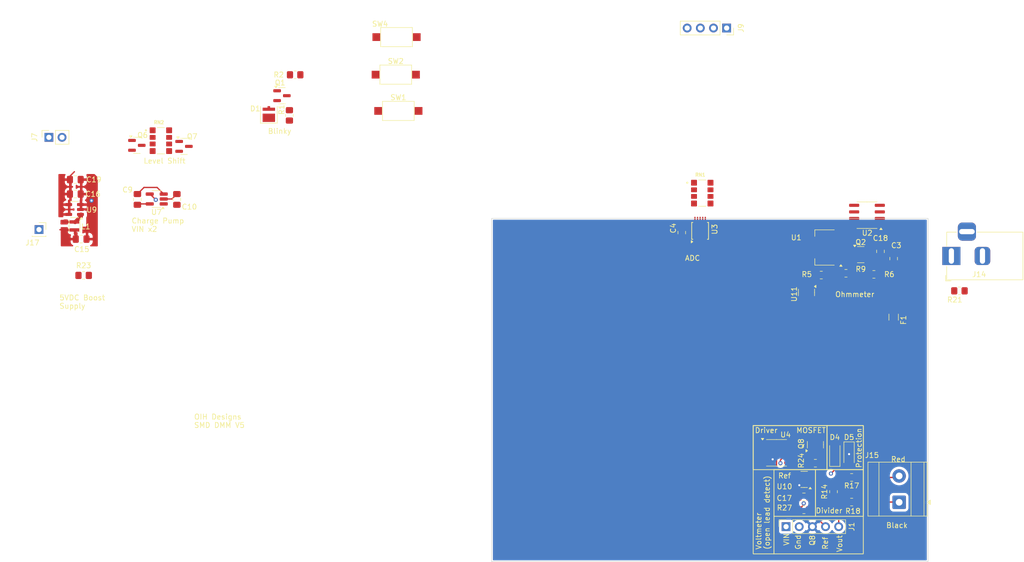
<source format=kicad_pcb>
(kicad_pcb (version 20241229) (generator "pcbnew") (generator_version "9.0")
  (layers (0 "F.Cu" signal) (4 "In1.Cu" signal) (6 "In2.Cu" signal) (2 "B.Cu" signal) (13 "F.Paste" user) (15 "B.Paste" user) (5 "F.SilkS" user "F.Silkscreen") (7 "B.SilkS" user "B.Silkscreen") (1 "F.Mask" user) (3 "B.Mask" user) (25 "Edge.Cuts" user))
  (net 0 "")
  (net 1 "GND")
  (net 2 "Resistor_Input")
  (net 3 "SDA")
  (net 4 "D6~")
  (net 5 "D7")
  (net 6 "+9V")
  (net 7 "SCL")
  (net 8 "V_Input_REF")
  (net 9 "V_Input_Float")
  (net 10 "ADS_ADDR")
  (net 11 "/R Circuit I Output")
  (net 12 "ADS_ALERT")
  (net 13 "VmeterMOSFET")
  (net 14 "D3~")
  (net 15 "VDD")
  (net 16 "I_Input")
  (net 17 "D10~")
  (net 18 "D9~")
  (net 19 "A1{slash}D15")
  (net 20 "Net-(Q2-G)")
  (net 21 "Net-(U1-VO)")
  (net 22 "Net-(D1-A)")
  (net 23 "Net-(F1-Pad1)")
  (net 24 "+BATT")
  (net 25 "Net-(U7-C1-)")
  (net 26 "Net-(U7-C1+)")
  (net 27 "Net-(U9-SW)")
  (net 28 "XIAO Batt Pin")
  (net 29 "SDA-5V")
  (net 30 "SCL-5V")
  (net 31 "/R into ADS")
  (net 32 "/Uno5vPin")
  (net 33 "/Driver_U2_Out_B")
  (net 36 "/Driver_U4_Out_A")
  (net 37 "/Driver_U4_Out_B")
  (net 42 "+3V3")
  (net 43 "/ADC-1")
  (net 44 "/V Ref to ADS-0")
  (net 45 "/Driver_U4_In_B")
  (net 46 "Net-(Q1-B)")
  (net 47 "Net-(Q1-C)")
  (net 48 "Net-(Q8-D)")
  (footprint "Capacitor_SMD:C_0805_2012Metric_Pad1.18x1.45mm_HandSolder" (layer "F.Cu") (at 159.96 61.735 90)
    (property "Reference" "C4" (at 0.85013 -1.660305 90) (layer "F.SilkS"))
    (property "Value" "0.1uF")
    (pad "1" smd roundrect (at -1.0375 0 90) (size 1.175 1.45) (layers "F.Cu" "F.Mask" "F.Paste") (roundrect_rratio 0.212766) (net 1 "GND"))
    (pad "2" smd roundrect (at 1.0375 0 90) (size 1.175 1.45) (layers "F.Cu" "F.Mask" "F.Paste") (roundrect_rratio 0.212766) (net 15 "VDD"))
  )
  (footprint "Resistor_SMD:R_0805_2012Metric_Pad1.20x1.40mm_HandSolder" (layer "F.Cu") (at 183.5375 115.25)
    (property "Reference" "R27" (at -3.75 -0.381 0) (layer "F.SilkS"))
    (property "Value" "4.7K")
    (pad "1" smd roundrect (at -1 0) (size 1.2 1.4) (layers "F.Cu" "F.Mask" "F.Paste") (roundrect_rratio 0.208333) (net 15 "VDD"))
    (pad "2" smd roundrect (at 1 0) (size 1.2 1.4) (layers "F.Cu" "F.Mask" "F.Paste") (roundrect_rratio 0.208333) (net 44 "/V Ref to ADS-0"))
  )
  (footprint "Package_TO_SOT_SMD:SOT-223-3_TabPin2" (layer "F.Cu") (at 187.545 64.61375 180)
    (property "Reference" "U1" (at 5.486 1.92075 180) (layer "F.SilkS"))
    (property "Value" "LM317_TO-220")
    (pad "1" smd roundrect (at -3.15 -2.3 180) (size 2 1.5) (layers "F.Cu" "F.Mask" "F.Paste") (net 11 "/R Circuit I Output"))
    (pad "2" smd roundrect (at -3.15 0 180) (size 2 1.5) (layers "F.Cu" "F.Mask" "F.Paste") (net 21 "Net-(U1-VO)"))
    (pad "2" smd roundrect (at 3.15 0 180) (size 2 3.8) (layers "F.Cu" "F.Mask" "F.Paste") (net 21 "Net-(U1-VO)"))
    (pad "3" smd roundrect (at -3.15 2.3 180) (size 2 1.5) (layers "F.Cu" "F.Mask" "F.Paste") (net 33 "/Driver_U2_Out_B"))
  )
  (footprint "Capacitor_SMD:C_0805_2012Metric_Pad1.18x1.45mm_HandSolder" (layer "F.Cu") (at 42.8915 51.503)
    (property "Reference" "C19" (at 3.5775 0 0) (layer "F.SilkS"))
    (property "Value" "22uF")
    (pad "1" smd roundrect (at -1.0375 0) (size 1.175 1.45) (layers "F.Cu" "F.Mask" "F.Paste") (roundrect_rratio 0.212766) (net 15 "VDD"))
    (pad "2" smd roundrect (at 1.0375 0) (size 1.175 1.45) (layers "F.Cu" "F.Mask" "F.Paste") (roundrect_rratio 0.212766) (net 1 "GND"))
  )
  (footprint "Package_SO:TSSOP-10_3x3mm_P0.5mm" (layer "F.Cu") (at 163.5 61.4 90)
    (property "Reference" "U3" (at 0.3 2.81 90) (layer "F.SilkS"))
    (property "Value" "ADS1115IDGS")
    (pad "1" smd rect (at -2.15 -1 90) (size 1.1 0.25) (layers "F.Cu" "F.Mask" "F.Paste") (net 10 "ADS_ADDR"))
    (pad "2" smd rect (at -2.15 -0.5 90) (size 1.1 0.25) (layers "F.Cu" "F.Mask" "F.Paste") (net 12 "ADS_ALERT"))
    (pad "3" smd rect (at -2.15 0 90) (size 1.1 0.25) (layers "F.Cu" "F.Mask" "F.Paste") (net 1 "GND"))
    (pad "4" smd rect (at -2.15 0.5 90) (size 1.1 0.25) (layers "F.Cu" "F.Mask" "F.Paste") (net 44 "/V Ref to ADS-0"))
    (pad "5" smd rect (at -2.15 1 90) (size 1.1 0.25) (layers "F.Cu" "F.Mask" "F.Paste") (net 43 "/ADC-1"))
    (pad "6" smd rect (at 2.15 1 90) (size 1.1 0.25) (layers "F.Cu" "F.Mask" "F.Paste") (net 31 "/R into ADS"))
    (pad "7" smd rect (at 2.15 0.5 90) (size 1.1 0.25) (layers "F.Cu" "F.Mask" "F.Paste") (net 16 "I_Input"))
    (pad "8" smd rect (at 2.15 0 90) (size 1.1 0.25) (layers "F.Cu" "F.Mask" "F.Paste") (net 15 "VDD"))
    (pad "9" smd rect (at 2.15 -0.5 90) (size 1.1 0.25) (layers "F.Cu" "F.Mask" "F.Paste") (net 29 "SDA-5V"))
    (pad "10" smd rect (at 2.15 -1 90) (size 1.1 0.25) (layers "F.Cu" "F.Mask" "F.Paste") (net 30 "SCL-5V"))
  )
  (footprint "Resistor_SMD:R_0805_2012Metric_Pad1.20x1.40mm_HandSolder" (layer "F.Cu") (at 192.75 113.75 180)
    (property "Reference" "R18" (at -0.25 -1.75 0) (layer "F.SilkS"))
    (property "Value" "499.0K")
    (pad "1" smd roundrect (at -1 0 180) (size 1.2 1.4) (layers "F.Cu" "F.Mask" "F.Paste") (roundrect_rratio 0.208333) (net 8 "V_Input_REF"))
    (pad "2" smd roundrect (at 1 0 180) (size 1.2 1.4) (layers "F.Cu" "F.Mask" "F.Paste") (roundrect_rratio 0.208333) (net 44 "/V Ref to ADS-0"))
  )
  (footprint "Resistor_SMD:R_0805_2012Metric_Pad1.20x1.40mm_HandSolder" (layer "F.Cu") (at 189.25 111.75 90)
    (property "Reference" "R14" (at 0 -1.75 270) (layer "F.SilkS"))
    (property "Value" "15.0K")
    (pad "1" smd roundrect (at -1 0 90) (size 1.2 1.4) (layers "F.Cu" "F.Mask" "F.Paste") (roundrect_rratio 0.208333) (net 44 "/V Ref to ADS-0"))
    (pad "2" smd roundrect (at 1 0 90) (size 1.2 1.4) (layers "F.Cu" "F.Mask" "F.Paste") (roundrect_rratio 0.208333) (net 43 "/ADC-1"))
  )
  (footprint "Package_TO_SOT_SMD:SOT-23" (layer "F.Cu") (at 183.583 109.378 180)
    (property "Reference" "U10" (at 3.7955 -1.372 0) (layer "F.SilkS"))
    (property "Value" "LM4040DBZ-2.5")
    (pad "1" smd roundrect (at -0.9375 -0.95 180) (size 1.475 0.6) (layers "F.Cu" "F.Mask" "F.Paste") (net 44 "/V Ref to ADS-0"))
    (pad "2" smd roundrect (at -0.9375 0.95 180) (size 1.475 0.6) (layers "F.Cu" "F.Mask" "F.Paste") (net 1 "GND"))
    (pad "3" smd roundrect (at 0.9375 0 180) (size 1.475 0.6) (layers "F.Cu" "F.Mask" "F.Paste") (net 1 "GND"))
  )
  (footprint "Resistor_SMD:R_0805_2012Metric_Pad1.20x1.40mm_HandSolder" (layer "F.Cu") (at 186.885 69.93375)
    (property "Reference" "R5" (at -2.794 -0.12875 180) (layer "F.SilkS"))
    (property "Value" "62.0")
    (pad "1" smd roundrect (at -1 0) (size 1.2 1.4) (layers "F.Cu" "F.Mask" "F.Paste") (roundrect_rratio 0.208333) (net 21 "Net-(U1-VO)"))
    (pad "2" smd roundrect (at 1 0) (size 1.2 1.4) (layers "F.Cu" "F.Mask" "F.Paste") (roundrect_rratio 0.208333) (net 11 "/R Circuit I Output"))
  )
  (footprint "Resistor_SMD:R_0805_2012Metric_Pad1.20x1.40mm_HandSolder" (layer "F.Cu") (at 191.65 69.59375)
    (property "Reference" "R9" (at 2.855 -0.80475 0) (layer "F.SilkS"))
    (property "Value" "22.0K")
    (pad "1" smd roundrect (at -1 0) (size 1.2 1.4) (layers "F.Cu" "F.Mask" "F.Paste") (roundrect_rratio 0.208333) (net 11 "/R Circuit I Output"))
    (pad "2" smd roundrect (at 1 0) (size 1.2 1.4) (layers "F.Cu" "F.Mask" "F.Paste") (roundrect_rratio 0.208333) (net 2 "Resistor_Input"))
  )
  (footprint "Button_Switch_SMD:SW_SPST_CK_RS282G05A3" (layer "F.Cu") (at 104.9 24 180)
    (property "Reference" "SW4" (at 3.175 2.54 0) (layer "F.SilkS"))
    (property "Value" "SW_Push")
    (pad "1" smd rect (at -3.9 0 180) (size 1.5 1.5) (layers "F.Cu" "F.Mask" "F.Paste") (net 19 "A1{slash}D15"))
    (pad "2" smd rect (at 3.9 0 180) (size 1.5 1.5) (layers "F.Cu" "F.Mask" "F.Paste") (net 1 "GND"))
  )
  (footprint "Resistor_SMD:R_0805_2012Metric_Pad1.20x1.40mm_HandSolder" (layer "F.Cu") (at 84.22 39.11 -90)
    (property "Reference" "R1" (at -1.1 1.5 270) (layer "F.SilkS"))
    (property "Value" "500")
    (pad "1" smd roundrect (at -1 0 270) (size 1.2 1.4) (layers "F.Cu" "F.Mask" "F.Paste") (roundrect_rratio 0.208333) (net 47 "Net-(Q1-C)"))
    (pad "2" smd roundrect (at 1 0 270) (size 1.2 1.4) (layers "F.Cu" "F.Mask" "F.Paste") (roundrect_rratio 0.208333) (net 15 "VDD"))
  )
  (footprint "Library:RESCAXS127P508X320X70-8N" (layer "F.Cu") (at 59.41 43.995)
    (property "Reference" "RN2" (at -0.378 -3.5264 0) (layer "F.SilkS") (effects (font (size 0.64 0.64))))
    (property "Value" "10k x4")
    (pad "1" smd roundrect (at -1.59 -2.005) (size 1.14 1.13) (layers "F.Cu" "F.Mask" "F.Paste") (roundrect_rratio 0.1) (net 15 "VDD"))
    (pad "2" smd roundrect (at -1.59 -0.635) (size 1.14 0.93) (layers "F.Cu" "F.Mask" "F.Paste") (roundrect_rratio 0.1) (net 15 "VDD"))
    (pad "3" smd roundrect (at -1.59 0.635) (size 1.14 0.93) (layers "F.Cu" "F.Mask" "F.Paste") (roundrect_rratio 0.1) (net 42 "+3V3"))
    (pad "4" smd roundrect (at -1.59 2.005) (size 1.14 1.13) (layers "F.Cu" "F.Mask" "F.Paste") (roundrect_rratio 0.1) (net 7 "SCL"))
    (pad "5" smd roundrect (at 1.59 2.005) (size 1.14 1.13) (layers "F.Cu" "F.Mask" "F.Paste") (roundrect_rratio 0.1) (net 42 "+3V3"))
    (pad "6" smd roundrect (at 1.59 0.635) (size 1.14 0.93) (layers "F.Cu" "F.Mask" "F.Paste") (roundrect_rratio 0.1) (net 3 "SDA"))
    (pad "7" smd roundrect (at 1.59 -0.635) (size 1.14 0.93) (layers "F.Cu" "F.Mask" "F.Paste") (roundrect_rratio 0.1) (net 29 "SDA-5V"))
    (pad "8" smd roundrect (at 1.59 -2.005) (size 1.14 1.13) (layers "F.Cu" "F.Mask" "F.Paste") (roundrect_rratio 0.1) (net 30 "SCL-5V"))
  )
  (footprint "Capacitor_SMD:C_0805_2012Metric_Pad1.18x1.45mm_HandSolder" (layer "F.Cu") (at 54.8775 55.3325 -90)
    (property "Reference" "C9" (at -1.8605 1.905 180) (layer "F.SilkS"))
    (property "Value" "4.7uF")
    (pad "1" smd roundrect (at -1.0375 0 270) (size 1.175 1.45) (layers "F.Cu" "F.Mask" "F.Paste") (roundrect_rratio 0.212766) (net 25 "Net-(U7-C1-)"))
    (pad "2" smd roundrect (at 1.0375 0 270) (size 1.175 1.45) (layers "F.Cu" "F.Mask" "F.Paste") (roundrect_rratio 0.212766) (net 26 "Net-(U7-C1+)"))
  )
  (footprint "Resistor_SMD:R_0805_2012Metric_Pad1.20x1.40mm_HandSolder" (layer "F.Cu") (at 44.5 70 180)
    (property "Reference" "R23" (at 0 1.905 0) (layer "F.SilkS"))
    (property "Value" "0")
    (pad "1" smd roundrect (at -1 0 180) (size 1.2 1.4) (layers "F.Cu" "F.Mask" "F.Paste") (roundrect_rratio 0.208333) (net 32 "/Uno5vPin"))
    (pad "2" smd roundrect (at 1 0 180) (size 1.2 1.4) (layers "F.Cu" "F.Mask" "F.Paste") (roundrect_rratio 0.208333) (net 24 "+BATT"))
  )
  (footprint "Button_Switch_SMD:SW_SPST_CK_RS282G05A3" (layer "F.Cu") (at 104.75 31.25)
    (property "Reference" "SW2" (at 0 -2.6 0) (layer "F.SilkS"))
    (property "Value" "SW_Push")
    (pad "1" smd rect (at -3.9 0) (size 1.5 1.5) (layers "F.Cu" "F.Mask" "F.Paste") (net 17 "D10~"))
    (pad "2" smd rect (at 3.9 0) (size 1.5 1.5) (layers "F.Cu" "F.Mask" "F.Paste") (net 1 "GND"))
  )
  (footprint "Package_TO_SOT_SMD:SOT-23" (layer "F.Cu") (at 184.03 73.295 -90)
    (property "Reference" "U11" (at 0.32 2.375 90) (layer "F.SilkS"))
    (property "Value" "LM4040DBZ-5")
    (pad "1" smd roundrect (at -0.9375 -0.95 270) (size 1.475 0.6) (layers "F.Cu" "F.Mask" "F.Paste") (net 11 "/R Circuit I Output"))
    (pad "2" smd roundrect (at -0.9375 0.95 270) (size 1.475 0.6) (layers "F.Cu" "F.Mask" "F.Paste") (net 1 "GND"))
    (pad "3" smd roundrect (at 0.9375 0 270) (size 1.475 0.6) (layers "F.Cu" "F.Mask" "F.Paste") (net 1 "GND"))
  )
  (footprint "Button_Switch_SMD:SW_SPST_CK_RS282G05A3" (layer "F.Cu") (at 105.25 38.25)
    (property "Reference" "SW1" (at 0 -2.6 0) (layer "F.SilkS"))
    (property "Value" "SW_Push")
    (pad "1" smd rect (at -3.9 0) (size 1.5 1.5) (layers "F.Cu" "F.Mask" "F.Paste") (net 14 "D3~"))
    (pad "2" smd rect (at 3.9 0) (size 1.5 1.5) (layers "F.Cu" "F.Mask" "F.Paste") (net 1 "GND"))
  )
  (footprint "Resistor_SMD:R_0805_2012Metric_Pad1.20x1.40mm_HandSolder" (layer "F.Cu") (at 192.75 109 180)
    (property "Reference" "R17" (at 0 -1.595 0) (layer "F.SilkS"))
    (property "Value" "499.0K")
    (pad "1" smd roundrect (at -1 0 180) (size 1.2 1.4) (layers "F.Cu" "F.Mask" "F.Paste") (roundrect_rratio 0.208333) (net 9 "V_Input_Float"))
    (pad "2" smd roundrect (at 1 0 180) (size 1.2 1.4) (layers "F.Cu" "F.Mask" "F.Paste") (roundrect_rratio 0.208333) (net 43 "/ADC-1"))
  )
  (footprint "Package_TO_SOT_SMD:SOT-23-5" (layer "F.Cu") (at 42.7485 57.279 180)
    (property "Reference" "U9" (at -3.2965 -0.066 180) (layer "F.SilkS"))
    (property "Value" "TPS613222ADBV")
    (pad "1" smd roundrect (at -1.1375 -0.95 180) (size 1.325 0.6) (layers "F.Cu" "F.Mask" "F.Paste") (net 27 "Net-(U9-SW)"))
    (pad "2" smd roundrect (at -1.1375 0 180) (size 1.325 0.6) (layers "F.Cu" "F.Mask" "F.Paste") (net 1 "GND"))
    (pad "3" smd roundrect (at -1.1375 0.95 180) (size 1.325 0.6) (layers "F.Cu" "F.Mask" "F.Paste") (net 1 "GND"))
    (pad "4" smd roundrect (at 1.1375 0.95 180) (size 1.325 0.6) (layers "F.Cu" "F.Mask" "F.Paste") (net 15 "VDD"))
    (pad "5" smd roundrect (at 1.1375 -0.95 180) (size 1.325 0.6) (layers "F.Cu" "F.Mask" "F.Paste") (net 15 "VDD"))
  )
  (footprint "Package_TO_SOT_SMD:SOT-23-5_HandSoldering" (layer "F.Cu") (at 58.6075 55.25 180)
    (property "Reference" "U7" (at 0.047 -2.54 0) (layer "F.SilkS"))
    (property "Value" "MAX1683")
    (pad "1" smd roundrect (at -1.35 -0.95 180) (size 1.56 0.65) (layers "F.Cu" "F.Mask" "F.Paste") (net 1 "GND"))
    (pad "2" smd roundrect (at -1.35 0 180) (size 1.56 0.65) (layers "F.Cu" "F.Mask" "F.Paste") (net 6 "+9V"))
    (pad "3" smd roundrect (at -1.35 0.95 180) (size 1.56 0.65) (layers "F.Cu" "F.Mask" "F.Paste") (net 25 "Net-(U7-C1-)"))
    (pad "4" smd roundrect (at 1.35 0.95 180) (size 1.56 0.65) (layers "F.Cu" "F.Mask" "F.Paste") (net 15 "VDD"))
    (pad "5" smd roundrect (at 1.35 -0.95 180) (size 1.56 0.65) (layers "F.Cu" "F.Mask" "F.Paste") (net 26 "Net-(U7-C1+)"))
  )
  (footprint "Package_SO:SOIC-8_3.9x4.9mm_P1.27mm" (layer "F.Cu") (at 178.25 104.25)
    (property "Reference" "U4" (at 1.75 -3.5 0) (layer "F.SilkS"))
    (property "Value" "IX4426N")
    (pad "1" smd roundrect (at -2.475 -1.905) (size 1.95 0.6) (layers "F.Cu" "F.Mask" "F.Paste"))
    (pad "2" smd roundrect (at -2.475 -0.635) (size 1.95 0.6) (layers "F.Cu" "F.Mask" "F.Paste") (net 13 "VmeterMOSFET"))
    (pad "3" smd roundrect (at -2.475 0.635) (size 1.95 0.6) (layers "F.Cu" "F.Mask" "F.Paste") (net 1 "GND"))
    (pad "4" smd roundrect (at -2.475 1.905) (size 1.95 0.6) (layers "F.Cu" "F.Mask" "F.Paste") (net 45 "/Driver_U4_In_B"))
    (pad "5" smd roundrect (at 2.475 1.905) (size 1.95 0.6) (layers "F.Cu" "F.Mask" "F.Paste") (net 37 "/Driver_U4_Out_B"))
    (pad "6" smd roundrect (at 2.475 0.635) (size 1.95 0.6) (layers "F.Cu" "F.Mask" "F.Paste") (net 6 "+9V"))
    (pad "7" smd roundrect (at 2.475 -0.635) (size 1.95 0.6) (layers "F.Cu" "F.Mask" "F.Paste") (net 36 "/Driver_U4_Out_A"))
    (pad "8" smd roundrect (at 2.475 -1.905) (size 1.95 0.6) (layers "F.Cu" "F.Mask" "F.Paste"))
  )
  (footprint "Connector_PinSocket_2.54mm:PinSocket_1x01_P2.54mm_Vertical" (layer "F.Cu") (at 35.885 61.155)
    (property "Reference" "J17" (at -1.27 2.54 0) (layer "F.SilkS"))
    (property "Value" "Conn_01x01_Socket")
    (pad "1" thru_hole rect (at 0 0) (size 1.7 1.7) (drill 1) (layers "*.Cu" "*.Mask") (net 28 "XIAO Batt Pin"))
  )
  (footprint "Package_TO_SOT_SMD:SOT-23" (layer "F.Cu") (at 194.505 65.995)
    (property "Reference" "Q2" (at 0 -2.4 0) (layer "F.SilkS"))
    (property "Value" "AO3400A MOSFET")
    (pad "1" smd roundrect (at -0.9375 -0.95) (size 1.475 0.6) (layers "F.Cu" "F.Mask" "F.Paste") (net 20 "Net-(Q2-G)"))
    (pad "2" smd roundrect (at -0.9375 0.95) (size 1.475 0.6) (layers "F.Cu" "F.Mask" "F.Paste") (net 2 "Resistor_Input"))
    (pad "3" smd roundrect (at 0.9375 0) (size 1.475 0.6) (layers "F.Cu" "F.Mask" "F.Paste") (net 11 "/R Circuit I Output"))
  )
  (footprint "Diode_SMD:D_SOD-123" (layer "F.Cu") (at 189.5 104.5 90)
    (property "Reference" "D4" (at 3.25 0 0) (layer "F.SilkS"))
    (property "Value" "D_Schottky")
    (pad "1" smd roundrect (at -1.65 0 90) (size 0.9 1.2) (layers "F.Cu" "F.Mask" "F.Paste") (net 15 "VDD"))
    (pad "2" smd roundrect (at 1.65 0 90) (size 0.9 1.2) (layers "F.Cu" "F.Mask" "F.Paste") (net 43 "/ADC-1"))
  )
  (footprint "Resistor_SMD:R_0805_2012Metric_Pad1.20x1.40mm_HandSolder" (layer "F.Cu") (at 197.045 69.805 180)
    (property "Reference" "R6" (at -2.971 0 0) (layer "F.SilkS"))
    (property "Value" "330.0")
    (pad "1" smd roundrect (at -1 0 180) (size 1.2 1.4) (layers "F.Cu" "F.Mask" "F.Paste") (roundrect_rratio 0.208333) (net 1 "GND"))
    (pad "2" smd roundrect (at 1 0 180) (size 1.2 1.4) (layers "F.Cu" "F.Mask" "F.Paste") (roundrect_rratio 0.208333) (net 11 "/R Circuit I Output"))
  )
  (footprint "Resistor_SMD:R_0805_2012Metric_Pad1.20x1.40mm_HandSolder" (layer "F.Cu") (at 185.75 106.25 180)
    (property "Reference" "R24" (at 2.75 0.5 90) (layer "F.SilkS"))
    (property "Value" "1.0M")
    (pad "1" smd roundrect (at -1 0 180) (size 1.2 1.4) (layers "F.Cu" "F.Mask" "F.Paste") (roundrect_rratio 0.208333) (net 48 "Net-(Q8-D)"))
    (pad "2" smd roundrect (at 1 0 180) (size 1.2 1.4) (layers "F.Cu" "F.Mask" "F.Paste") (roundrect_rratio 0.208333) (net 44 "/V Ref to ADS-0"))
  )
  (footprint "Capacitor_SMD:C_0805_2012Metric_Pad1.18x1.45mm_HandSolder" (layer "F.Cu") (at 62.4975 55.3325 90)
    (property "Reference" "C10" (at -1.4415 2.413 180) (layer "F.SilkS"))
    (property "Value" "4.7uF")
    (pad "1" smd roundrect (at -1.0375 0 90) (size 1.175 1.45) (layers "F.Cu" "F.Mask" "F.Paste") (roundrect_rratio 0.212766) (net 1 "GND"))
    (pad "2" smd roundrect (at 1.0375 0 90) (size 1.175 1.45) (layers "F.Cu" "F.Mask" "F.Paste") (roundrect_rratio 0.212766) (net 6 "+9V"))
  )
  (footprint "Package_TO_SOT_SMD:SOT-23" (layer "F.Cu") (at 54.7725 44.895)
    (property "Reference" "Q6" (at 1.1025 -1.955 0) (layer "F.SilkS"))
    (property "Value" "BSS138")
    (pad "1" smd roundrect (at -0.9375 -0.95) (size 1.475 0.6) (layers "F.Cu" "F.Mask" "F.Paste") (net 42 "+3V3"))
    (pad "2" smd roundrect (at -0.9375 0.95) (size 1.475 0.6) (layers "F.Cu" "F.Mask" "F.Paste") (net 7 "SCL"))
    (pad "3" smd roundrect (at 0.9375 0) (size 1.475 0.6) (layers "F.Cu" "F.Mask" "F.Paste") (net 30 "SCL-5V"))
  )
  (footprint "Resistor_SMD:R_0805_2012Metric_Pad1.20x1.40mm_HandSolder" (layer "F.Cu") (at 213.555 72.98)
    (property "Reference" "R21" (at -0.9 1.735 0) (layer "F.SilkS"))
    (property "Value" "0")
    (pad "1" smd roundrect (at -1 0) (size 1.2 1.4) (layers "F.Cu" "F.Mask" "F.Paste") (roundrect_rratio 0.208333) (net 31 "/R into ADS"))
    (pad "2" smd roundrect (at 1 0) (size 1.2 1.4) (layers "F.Cu" "F.Mask" "F.Paste") (roundrect_rratio 0.208333) (net 2 "Resistor_Input"))
  )
  (footprint "TerminalBlock_Phoenix:TerminalBlock_Phoenix_MKDS-3-2-5.08_1x02_P5.08mm_Horizontal" (layer "F.Cu") (at 201.9175 113.795 90)
    (property "Reference" "J15" (at 9.08 -5.25 180) (layer "F.SilkS"))
    (property "Value" "Barrel_Jack")
    (pad "1" thru_hole roundrect (at 0 0 90) (size 2.6 2.6) (drill 1.3) (layers "*.Cu" "*.Mask") (roundrect_rratio 0.096154) (net 8 "V_Input_REF"))
    (pad "2" thru_hole circle (at 5.08 0 90) (size 2.6 2.6) (drill 1.3) (layers "*.Cu" "*.Mask") (net 9 "V_Input_Float"))
  )
  (footprint "Package_TO_SOT_SMD:SOT-23" (layer "F.Cu") (at 82.7825 35.31)
    (property "Reference" "Q1" (at -0.3625 -2.5 180) (layer "F.SilkS"))
    (property "Value" "MMBT3904" (hide yes))
    (pad "1" smd roundrect (at -0.9375 -0.95) (size 1.475 0.6) (layers "F.Cu" "F.Mask" "F.Paste") (net 46 "Net-(Q1-B)"))
    (pad "2" smd roundrect (at -0.9375 0.95) (size 1.475 0.6) (layers "F.Cu" "F.Mask" "F.Paste") (net 22 "Net-(D1-A)"))
    (pad "3" smd roundrect (at 0.9375 0) (size 1.475 0.6) (layers "F.Cu" "F.Mask" "F.Paste") (net 47 "Net-(Q1-C)"))
  )
  (footprint "Fuse:Fuse_1206_3216Metric_Pad1.42x1.75mm_HandSolder" (layer "F.Cu") (at 200.855 78.06 -90)
    (property "Reference" "F1" (at 0.555 -1.9 90) (layer "F.SilkS"))
    (property "Value" "Fuse")
    (pad "1" smd roundrect (at -1.4875 0 270) (size 1.425 1.75) (layers "F.Cu" "F.Mask" "F.Paste") (roundrect_rratio 0.175439) (net 23 "Net-(F1-Pad1)"))
    (pad "2" smd roundrect (at 1.4875 0 270) (size 1.425 1.75) (layers "F.Cu" "F.Mask" "F.Paste") (roundrect_rratio 0.175439) (net 1 "GND"))
  )
  (footprint "Diode_SMD:D_SOD-123" (layer "F.Cu") (at 192.25 104.5 -90)
    (property "Reference" "D5" (at -3.25 0 0) (layer "F.SilkS"))
    (property "Value" "D_Schottky")
    (pad "1" smd roundrect (at -1.65 0 270) (size 0.9 1.2) (layers "F.Cu" "F.Mask" "F.Paste") (net 43 "/ADC-1"))
    (pad "2" smd roundrect (at 1.65 0 270) (size 0.9 1.2) (layers "F.Cu" "F.Mask" "F.Paste") (net 1 "GND"))
  )
  (footprint "Package_TO_SOT_SMD:SOT-23" (layer "F.Cu") (at 185.75 102.6875 90)
    (property "Reference" "Q8" (at 0.1875 -2.75 270) (layer "F.SilkS"))
    (property "Value" "AO3400A MOSFET")
    (pad "1" smd roundrect (at -0.9375 -0.95 90) (size 1.475 0.6) (layers "F.Cu" "F.Mask" "F.Paste") (net 36 "/Driver_U4_Out_A"))
    (pad "2" smd roundrect (at -0.9375 0.95 90) (size 1.475 0.6) (layers "F.Cu" "F.Mask" "F.Paste") (net 43 "/ADC-1"))
    (pad "3" smd roundrect (at 0.9375 0 90) (size 1.475 0.6) (layers "F.Cu" "F.Mask" "F.Paste") (net 48 "Net-(Q8-D)"))
  )
  (footprint "Capacitor_SMD:C_0805_2012Metric_Pad1.18x1.45mm_HandSolder" (layer "F.Cu") (at 198.315 65.36 90)
    (property "Reference" "C18" (at 2.54 0 180) (layer "F.SilkS"))
    (property "Value" "1uF")
    (pad "1" smd roundrect (at -1.0375 0 90) (size 1.175 1.45) (layers "F.Cu" "F.Mask" "F.Paste") (roundrect_rratio 0.212766) (net 11 "/R Circuit I Output"))
    (pad "2" smd roundrect (at 1.0375 0 90) (size 1.175 1.45) (layers "F.Cu" "F.Mask" "F.Paste") (roundrect_rratio 0.212766) (net 1 "GND"))
  )
  (footprint "Connector_BarrelJack:BarrelJack_Horizontal" (layer "F.Cu") (at 212 66.25 180)
    (property "Reference" "J14" (at -5.365 -3.555 0) (layer "F.SilkS"))
    (property "Value" "Barrel_Jack")
    (pad "1" thru_hole rect (at 0 0 180) (size 3.5 3.5) (drill oval 1 3) (layers "*.Cu" "*.Mask") (net 2 "Resistor_Input"))
    (pad "2" thru_hole roundrect (at -6 0 180) (size 3 3.5) (drill oval 1 3) (layers "*.Cu" "*.Mask") (net 23 "Net-(F1-Pad1)"))
    (pad "3" thru_hole roundrect (at -3 4.7 180) (size 3.5 3.5) (drill oval 3 1) (layers "*.Cu" "*.Mask"))
  )
  (footprint "Capacitor_SMD:C_0805_2012Metric_Pad1.18x1.45mm_HandSolder" (layer "F.Cu") (at 200.855 66.757 90)
    (property "Reference" "C3" (at 2.54 0.508 0) (layer "F.SilkS"))
    (property "Value" "2.2uF")
    (pad "1" smd roundrect (at -1.0375 0 90) (size 1.175 1.45) (layers "F.Cu" "F.Mask" "F.Paste") (roundrect_rratio 0.212766) (net 2 "Resistor_Input"))
    (pad "2" smd roundrect (at 1.0375 0 90) (size 1.175 1.45) (layers "F.Cu" "F.Mask" "F.Paste") (roundrect_rratio 0.212766) (net 1 "GND"))
  )
  (footprint "Connector_PinSocket_2.54mm:PinSocket_1x02_P2.54mm_Vertical" (layer "F.Cu") (at 37.79 43.35 90)
    (property "Reference" "J7" (at 0 -2.77 90) (layer "F.SilkS"))
    (property "Value" "Conn_01x02_Pin")
    (pad "1" thru_hole rect (at 0 0 90) (size 1.7 1.7) (drill 1) (layers "*.Cu" "*.Mask") (net 24 "+BATT"))
    (pad "2" thru_hole oval (at 0 2.54 90) (size 1.7 1.7) (drill 1) (layers "*.Cu" "*.Mask") (net 1 "GND"))
  )
  (footprint "Resistor_SMD:R_0805_2012Metric_Pad1.20x1.40mm_HandSolder" (layer "F.Cu") (at 85.33 31.275 180)
    (property "Reference" "R2" (at 3.175 0 180) (layer "F.SilkS"))
    (property "Value" "1K")
    (pad "1" smd roundrect (at -1 0 180) (size 1.2 1.4) (layers "F.Cu" "F.Mask" "F.Paste") (roundrect_rratio 0.208333) (net 4 "D6~"))
    (pad "2" smd roundrect (at 1 0 180) (size 1.2 1.4) (layers "F.Cu" "F.Mask" "F.Paste") (roundrect_rratio 0.208333) (net 46 "Net-(Q1-B)"))
  )
  (footprint "Capacitor_SMD:C_0805_2012Metric_Pad1.18x1.45mm_HandSolder" (layer "F.Cu") (at 183.5375 112.75)
    (property "Reference" "C17" (at -3.7875 0.25 180) (layer "F.SilkS"))
    (property "Value" "0.1uF")
    (pad "1" smd roundrect (at -1.0375 0) (size 1.175 1.45) (layers "F.Cu" "F.Mask" "F.Paste") (roundrect_rratio 0.212766) (net 1 "GND"))
    (pad "2" smd roundrect (at 1.0375 0) (size 1.175 1.45) (layers "F.Cu" "F.Mask" "F.Paste") (roundrect_rratio 0.212766) (net 44 "/V Ref to ADS-0"))
  )
  (footprint "Inductor_SMD:L_Murata_DFE201610P" (layer "F.Cu") (at 42.7485 60.454 90)
    (property "Reference" "L1" (at -0.127 2.1535 180) (layer "F.SilkS"))
    (property "Value" "2.2uH")
    (pad "1" smd rect (at -0.775 0 90) (size 0.65 1.8) (layers "F.Cu" "F.Mask" "F.Paste") (net 28 "XIAO Batt Pin"))
    (pad "2" smd rect (at 0.775 0 90) (size 0.65 1.8) (layers "F.Cu" "F.Mask" "F.Paste") (net 27 "Net-(U9-SW)"))
  )
  (footprint "Connector_PinSocket_2.54mm:PinSocket_1x05_P2.54mm_Vertical" (layer "F.Cu") (at 180.09 118.5 90)
    (property "Reference" "J1" (at 0 12.66 90) (layer "F.SilkS"))
    (property "Value" "Voltmeter")
    (pad "1" thru_hole rect (at 0 0 90) (size 1.7 1.7) (drill 1) (layers "*.Cu" "*.Mask") (net 6 "+9V"))
    (pad "2" thru_hole circle (at 0 2.54 90) (size 1.7 1.7) (drill 1) (layers "*.Cu" "*.Mask") (net 15 "VDD"))
    (pad "3" thru_hole circle (at 0 5.08 90) (size 1.7 1.7) (drill 1) (layers "*.Cu" "*.Mask") (net 1 "GND"))
    (pad "4" thru_hole circle (at 0 7.62 90) (size 1.7 1.7) (drill 1) (layers "*.Cu" "*.Mask") (net 13 "VmeterMOSFET"))
    (pad "5" thru_hole circle (at 0 10.16 90) (size 1.7 1.7) (drill 1) (layers "*.Cu" "*.Mask") (net 44 "/V Ref to ADS-0"))
  )
  (footprint "Connector_PinSocket_2.54mm:PinSocket_1x04_P2.54mm_Vertical" (layer "F.Cu") (at 168.62 22.25 -90)
    (property "Reference" "J9" (at 0 -2.77 270) (layer "F.SilkS"))
    (property "Value" "Out to Screen")
    (pad "1" thru_hole rect (at 0 0 270) (size 1.7 1.7) (drill 1) (layers "*.Cu" "*.Mask") (net 29 "SDA-5V"))
    (pad "2" thru_hole oval (at 0 2.54 270) (size 1.7 1.7) (drill 1) (layers "*.Cu" "*.Mask") (net 30 "SCL-5V"))
    (pad "3" thru_hole oval (at 0 5.08 270) (size 1.7 1.7) (drill 1) (layers "*.Cu" "*.Mask") (net 15 "VDD"))
    (pad "4" thru_hole oval (at 0 7.62 270) (size 1.7 1.7) (drill 1) (layers "*.Cu" "*.Mask") (net 1 "GND"))
  )
  (footprint "LED_SMD:LED_Luminus_MP-3030-1100_3.0x3.0mm" (layer "F.Cu") (at 80.25 39 90)
    (property "Reference" "D1" (at 1.19 -2.63 180) (layer "F.SilkS"))
    (property "Value" "LED")
    (pad "1" smd rect (at -0.575 0 90) (size 1.6 2.4) (layers "F.Cu" "F.Mask") (net 1 "GND"))
    (pad "2" smd rect (at 1.075 0 90) (size 0.6 2.4) (layers "F.Cu" "F.Mask") (net 22 "Net-(D1-A)"))
    (pad "2" smd rect (at 1.375 0 90) (size 0.6 0.5) (layers "F.Cu" "F.Mask") (net 22 "Net-(D1-A)"))
  )
  (footprint "Package_TO_SOT_SMD:SOT-23" (layer "F.Cu") (at 63.8725 45.095)
    (property "Reference" "Q7" (at 1.5725 -1.905 0) (layer "F.SilkS"))
    (property "Value" "BSS138")
    (pad "1" smd roundrect (at -0.9375 -0.95) (size 1.475 0.6) (layers "F.Cu" "F.Mask" "F.Paste") (net 42 "+3V3"))
    (pad "2" smd roundrect (at -0.9375 0.95) (size 1.475 0.6) (layers "F.Cu" "F.Mask" "F.Paste") (net 3 "SDA"))
    (pad "3" smd roundrect (at 0.9375 0) (size 1.475 0.6) (layers "F.Cu" "F.Mask" "F.Paste") (net 29 "SDA-5V"))
  )
  (footprint "Capacitor_SMD:C_0805_2012Metric_Pad1.18x1.45mm_HandSolder" (layer "F.Cu") (at 44.0185 62.994)
    (property "Reference" "C15" (at 0.1215 1.971 0) (layer "F.SilkS"))
    (property "Value" "4.7uF")
    (pad "1" smd roundrect (at -1.0375 0) (size 1.175 1.45) (layers "F.Cu" "F.Mask" "F.Paste") (roundrect_rratio 0.212766) (net 28 "XIAO Batt Pin"))
    (pad "2" smd roundrect (at 1.0375 0) (size 1.175 1.45) (layers "F.Cu" "F.Mask" "F.Paste") (roundrect_rratio 0.212766) (net 1 "GND"))
  )
  (footprint "Library:RESCAXS127P508X320X70-8N" (layer "F.Cu") (at 163.91 54.115)
    (property "Reference" "RN1" (at -0.378 -3.5264 0) (layer "F.SilkS") (effects (font (size 0.64 0.64))))
    (property "Value" "1K x4")
    (pad "1" smd roundrect (at -1.59 -2.005) (size 1.14 1.13) (layers "F.Cu" "F.Mask" "F.Paste") (roundrect_rratio 0.1))
    (pad "2" smd roundrect (at -1.59 -0.635) (size 1.14 0.93) (layers "F.Cu" "F.Mask" "F.Paste") (roundrect_rratio 0.1) (net 29 "SDA-5V"))
    (pad "3" smd roundrect (at -1.59 0.635) (size 1.14 0.93) (layers "F.Cu" "F.Mask" "F.Paste") (roundrect_rratio 0.1) (net 30 "SCL-5V"))
    (pad "4" smd roundrect (at -1.59 2.005) (size 1.14 1.13) (layers "F.Cu" "F.Mask" "F.Paste") (roundrect_rratio 0.1) (net 12 "ADS_ALERT"))
    (pad "5" smd roundrect (at 1.59 2.005) (size 1.14 1.13) (layers "F.Cu" "F.Mask" "F.Paste") (roundrect_rratio 0.1) (net 15 "VDD"))
    (pad "6" smd roundrect (at 1.59 0.635) (size 1.14 0.93) (layers "F.Cu" "F.Mask" "F.Paste") (roundrect_rratio 0.1) (net 15 "VDD"))
    (pad "7" smd roundrect (at 1.59 -0.635) (size 1.14 0.93) (layers "F.Cu" "F.Mask" "F.Paste") (roundrect_rratio 0.1) (net 15 "VDD"))
    (pad "8" smd roundrect (at 1.59 -2.005) (size 1.14 1.13) (layers "F.Cu" "F.Mask" "F.Paste") (roundrect_rratio 0.1))
  )
  (footprint "Package_SO:SOIC-8_3.9x4.9mm_P1.27mm" (layer "F.Cu") (at 195.71 58.375 180)
    (property "Reference" "U2" (at -0.045 -3.44 0) (layer "F.SilkS"))
    (property "Value" "IX4426N")
    (pad "1" smd roundrect (at -2.475 -1.905 180) (size 1.95 0.6) (layers "F.Cu" "F.Mask" "F.Paste"))
    (pad "2" smd roundrect (at -2.475 -0.635 180) (size 1.95 0.6) (layers "F.Cu" "F.Mask" "F.Paste") (net 5 "D7"))
    (pad "3" smd roundrect (at -2.475 0.635 180) (size 1.95 0.6) (layers "F.Cu" "F.Mask" "F.Paste") (net 1 "GND"))
    (pad "4" smd roundrect (at -2.475 1.905 180) (size 1.95 0.6) (layers "F.Cu" "F.Mask" "F.Paste") (net 18 "D9~"))
    (pad "5" smd roundrect (at 2.475 1.905 180) (size 1.95 0.6) (layers "F.Cu" "F.Mask" "F.Paste") (net 33 "/Driver_U2_Out_B"))
    (pad "6" smd roundrect (at 2.475 0.635 180) (size 1.95 0.6) (layers "F.Cu" "F.Mask" "F.Paste") (net 6 "+9V"))
    (pad "7" smd roundrect (at 2.475 -0.635 180) (size 1.95 0.6) (layers "F.Cu" "F.Mask" "F.Paste") (net 20 "Net-(Q2-G)"))
    (pad "8" smd roundrect (at 2.475 -1.905 180) (size 1.95 0.6) (layers "F.Cu" "F.Mask" "F.Paste"))
  )
  (footprint "Capacitor_SMD:C_0805_2012Metric_Pad1.18x1.45mm_HandSolder" (layer "F.Cu") (at 42.8915 54.297)
    (property "Reference" "C16" (at 3.4235 0 180) (layer "F.SilkS"))
    (property "Value" "22uF")
    (pad "1" smd roundrect (at -1.0375 0) (size 1.175 1.45) (layers "F.Cu" "F.Mask" "F.Paste") (roundrect_rratio 0.212766) (net 15 "VDD"))
    (pad "2" smd roundrect (at 1.0375 0) (size 1.175 1.45) (layers "F.Cu" "F.Mask" "F.Paste") (roundrect_rratio 0.212766) (net 1 "GND"))
  )
  (gr_rect (start 173.75 99) (end 188 107.5) (stroke (width 0.15)) (fill no) (layer "F.SilkS"))
  (gr_line (start 177.75 116.5) (end 177.75 123.75) (stroke (width 0.15)) (layer "F.SilkS"))
  (gr_rect (start 188 99) (end 195 107.5) (stroke (width 0.15)) (fill no) (layer "F.SilkS"))
  (gr_rect (start 173.75 99) (end 195 123.75) (stroke (width 0.15)) (fill no) (layer "F.SilkS"))
  (gr_rect (start 185.75 107.5) (end 195 116.5) (stroke (width 0.15)) (fill no) (layer "F.SilkS"))
  (gr_rect (start 177.75 107.5) (end 185.75 116.5) (stroke (width 0.15)) (fill no) (layer "F.SilkS"))
  (gr_rect (start 123.25 59) (end 207.5 125.25) (stroke (width 0.1)) (fill no) (layer "Edge.Cuts"))
  (gr_text "Black" (at 201.5 118.25 0) (layer "F.SilkS") (effects (font (size 1 1))))
  (gr_text "Level Shift" (at 56 48.49 0) (layer "F.SilkS") (effects (font (size 1 1)) (justify left bottom)))
  (gr_text "Divider" (at 185.75 116 0) (layer "F.SilkS") (effects (font (size 1 1)) (justify left bottom)))
  (gr_text "5VDC Boost \nSupply" (at 39.75 76.5 0) (layer "F.SilkS") (effects (font (size 1 1)) (justify left bottom)))
  (gr_text "Protection" (at 194.75 107.25 90) (layer "F.SilkS") (effects (font (size 1 1)) (justify left bottom)))
  (gr_text "Red" (at 201.75 105.5 0) (layer "F.SilkS") (effects (font (size 1 1))))
  (gr_text "MOSFET" (at 182 100.5 0) (layer "F.SilkS") (effects (font (size 1 1)) (justify left bottom)))
  (gr_text "VIN" (at 180.75 122.25 90) (layer "F.SilkS") (effects (font (size 1 1)) (justify left bottom)))
  (gr_text "Ohmmeter" (at 189.5 74.25 0) (layer "F.SilkS") (effects (font (size 1 1)) (justify left bottom)))
  (gr_text "Vout" (at 191 123.5 90) (layer "F.SilkS") (effects (font (size 1 1)) (justify left bottom)))
  (gr_text "ADC" (at 160.5 67.25 0) (layer "F.SilkS") (effects (font (size 1 1)) (justify left bottom)))
  (gr_text "Gnd" (at 183 123 90) (layer "F.SilkS") (effects (font (size 1 1)) (justify left bottom)))
  (gr_text "Voltmeter \n(open lead detect)" (at 177 123 90) (layer "F.SilkS") (effects (font (size 1 1)) (justify left bottom)))
  (gr_text "Ref" (at 188.25 123 90) (layer "F.SilkS") (effects (font (size 1 1)) (justify left bottom)))
  (gr_text "Driver" (at 174 100.5 0) (layer "F.SilkS") (effects (font (size 1 1)) (justify left bottom)))
  (gr_text "Charge Pump\nVIN x2" (at 53.679597 61.658313 0) (layer "F.SilkS") (effects (font (size 1 1)) (justify left bottom)))
  (gr_text "Ref" (at 178.5 109.25 0) (layer "F.SilkS") (effects (font (size 1 1)) (justify left bottom)))
  (gr_text "Blinky" (at 80 42.75 0) (layer "F.SilkS") (effects (font (size 1 1)) (justify left bottom)))
  (gr_text "Q8" (at 185.75 122.25 90) (layer "F.SilkS") (effects (font (size 1 1)) (justify left bottom)))
  (gr_text "OIH Designs\nSMD DMM V5" (at 65.75 99.5 0) (layer "F.SilkS") (effects (font (size 1 1)) (justify left bottom)))
  (segment (start 182.6455 110.5) (end 182.6455 112.6045) (width 0.25) (layer "F.Cu") (net 1))
  (segment (start 183.5955 108.428) (end 182.6455 109.378) (width 0.25) (layer "F.Cu") (net 1))
  (segment (start 182.6455 112.6045) (end 182.5 112.75) (width 0.25) (layer "F.Cu") (net 1))
  (segment (start 182.6455 109.378) (end 182.6455 110.5) (width 0.25) (layer "F.Cu") (net 1))
  (segment (start 184.5205 108.428) (end 183.5955 108.428) (width 0.25) (layer "F.Cu") (net 1))
  (segment (start 176.885 104.885) (end 177.5 105.5) (width 0.25) (layer "F.Cu") (net 1))
  (segment (start 175.775 104.885) (end 176.885 104.885) (width 0.25) (layer "F.Cu") (net 1))
  (segment (start 192.25 106.15) (end 192.25 104.5) (width 0.25) (layer "F.Cu") (net 1))
  (via (at 192.25 104.5) (size 0.8) (drill 0.4) (layers "F.Cu" "B.Cu") (net 1))
  (via (at 46.020223 55.570029) (size 0.8) (drill 0.4) (layers "F.Cu" "B.Cu") (net 1))
  (via (at 177.5 105.5) (size 0.8) (drill 0.4) (layers "F.Cu" "B.Cu") (net 1))
  (via (at 182.6455 110.5) (size 0.8) (drill 0.4) (layers "F.Cu" "B.Cu") (net 1))
  (segment (start 180.725 104.885) (end 179.750001 104.885) (width 0.25) (layer "F.Cu") (net 6))
  (segment (start 179.750001 104.885) (end 179 105.635001) (width 0.25) (layer "F.Cu") (net 6))
  (segment (start 59.9575 55.25) (end 61.5425 55.25) (width 0.25) (layer "F.Cu") (net 6))
  (segment (start 61.5425 55.25) (end 62.4975 54.295) (width 0.25) (layer "F.Cu") (net 6))
  (segment (start 179 105.635001) (end 179 106.25) (width 0.25) (layer "F.Cu") (net 6))
  (via (at 179 106.25) (size 0.8) (drill 0.4) (layers "F.Cu" "B.Cu") (net 6))
  (segment (start 201.8725 113.75) (end 201.9175 113.795) (width 0.25) (layer "F.Cu") (net 8))
  (segment (start 193.75 113.75) (end 201.8725 113.75) (width 0.25) (layer "F.Cu") (net 8))
  (segment (start 201.6325 109) (end 201.9175 108.715) (width 0.25) (layer "F.Cu") (net 9))
  (segment (start 193.75 109) (end 201.6325 109) (width 0.25) (layer "F.Cu") (net 9))
  (segment (start 178.25 104.98) (end 176.885 103.615) (width 0.25) (layer "F.Cu") (net 13))
  (segment (start 185.96 116.75) (end 182.415986 116.75) (width 0.25) (layer "F.Cu") (net 13))
  (segment (start 187.71 118.5) (end 185.96 116.75) (width 0.25) (layer "F.Cu") (net 13))
  (segment (start 176.885 103.615) (end 175.775 103.615) (width 0.25) (layer "F.Cu") (net 13))
  (segment (start 178.25 112.584014) (end 178.25 104.98) (width 0.25) (layer "F.Cu") (net 13))
  (segment (start 182.415986 116.75) (end 178.25 112.584014) (width 0.25) (layer "F.Cu") (net 13))
  (segment (start 183.5 114.2875) (end 183.5 114) (width 0.25) (layer "F.Cu") (net 15))
  (segment (start 58.429597 55.408313) (end 57.321284 54.3) (width 0.25) (layer "F.Cu") (net 15))
  (segment (start 189.5 106.15) (end 189.5 107.5) (width 0.25) (layer "F.Cu") (net 15))
  (segment (start 42.718223 49.982029) (end 41.813223 50.887029) (width 0.25) (layer "F.Cu") (net 15))
  (segment (start 182.5375 115.25) (end 183.5 114.2875) (width 0.25) (layer "F.Cu") (net 15))
  (segment (start 41.813223 50.887029) (end 41.813223 54.107029) (width 0.25) (layer "F.Cu") (net 15))
  (segment (start 189.5 107.5) (end 188.75 108.25) (width 0.25) (layer "F.Cu") (net 15))
  (via (at 188.75 108.25) (size 0.8) (drill 0.4) (layers "F.Cu" "B.Cu") (net 15))
  (via (at 183.5 114) (size 0.8) (drill 0.4) (layers "F.Cu" "B.Cu") (net 15))
  (via (at 58.429597 55.408313) (size 0.8) (drill 0.4) (layers "F.Cu" "B.Cu") (net 15))
  (segment (start 56.1475 53.025) (end 54.8775 54.295) (width 0.25) (layer "F.Cu") (net 25))
  (segment (start 58.6825 53.025) (end 56.1475 53.025) (width 0.25) (layer "F.Cu") (net 25))
  (segment (start 59.9575 54.3) (end 58.6825 53.025) (width 0.25) (layer "F.Cu") (net 25))
  (segment (start 57.2575 56.2) (end 55.0475 56.2) (width 0.25) (layer "F.Cu") (net 26))
  (segment (start 43.988223 58.232029) (end 43.988223 58.594529) (width 0.75) (layer "F.Cu") (net 27))
  (segment (start 43.988223 58.594529) (end 42.850723 59.732029) (width 0.75) (layer "F.Cu") (net 27))
  (segment (start 42.850723 61.182029) (end 42.850723 62.764529) (width 0.25) (layer "F.Cu") (net 28))
  (segment (start 39.916223 61.182029) (end 42.850723 61.182029) (width 0.25) (layer "F.Cu") (net 28))
  (segment (start 184.8 103.625) (end 180.735 103.625) (width 0.25) (layer "F.Cu") (net 36))
  (segment (start 180.735 103.625) (end 180.725 103.615) (width 0.25) (layer "F.Cu") (net 36))
  (segment (start 190.25 109) (end 191.75 109) (width 0.25) (layer "F.Cu") (net 43))
  (segment (start 189.25 110.75) (end 189.25 110) (width 0.25) (layer "F.Cu") (net 43))
  (segment (start 190.75 108) (end 190.75 104.1) (width 0.25) (layer "F.Cu") (net 43))
  (segment (start 191.75 109) (end 190.75 108) (width 0.25) (layer "F.Cu") (net 43))
  (segment (start 190.75 104.1) (end 189.5 102.85) (width 0.25) (layer "F.Cu") (net 43))
  (segment (start 192.25 102.85) (end 189.5 102.85) (width 0.25) (layer "F.Cu") (net 43))
  (segment (start 189.25 110) (end 190.25 109) (width 0.25) (layer "F.Cu") (net 43))
  (segment (start 189.5 102.85) (end 187.475 102.85) (width 0.25) (layer "F.Cu") (net 43))
  (segment (start 187.475 102.85) (end 186.7 103.625) (width 0.25) (layer "F.Cu") (net 43))
  (segment (start 184.575 115.2125) (end 184.5375 115.25) (width 0.25) (layer "F.Cu") (net 44))
  (segment (start 184.5205 110.328) (end 184.5205 112.6955) (width 0.25) (layer "F.Cu") (net 44))
  (segment (start 184.575 112.75) (end 189.25 112.75) (width 0.25) (layer "F.Cu") (net 44))
  (segment (start 184.75 106.25) (end 185.584 107.084) (width 0.25) (layer "F.Cu") (net 44))
  (segment (start 185.584 109.2645) (end 184.5205 110.328) (width 0.25) (layer "F.Cu") (net 44))
  (segment (start 184.575 112.75) (end 184.575 115.2125) (width 0.25) (layer "F.Cu") (net 44))
  (segment (start 190.25 113.75) (end 189.25 112.75) (width 0.25) (layer "F.Cu") (net 44))
  (segment (start 191.75 113.75) (end 190.25 115.25) (width 0.25) (layer "F.Cu") (net 44))
  (segment (start 184.5205 112.6955) (end 184.575 112.75) (width 0.25) (layer "F.Cu") (net 44))
  (segment (start 191.75 113.75) (end 190.25 113.75) (width 0.25) (layer "F.Cu") (net 44))
  (segment (start 190.25 115.25) (end 190.25 118.5) (width 0.25) (layer "F.Cu") (net 44))
  (segment (start 185.584 107.084) (end 185.584 109.2645) (width 0.25) (layer "F.Cu") (net 44))
  (segment (start 184.5375 115.25) (end 184.5375 115.3275) (width 0.25) (layer "F.Cu") (net 44))
  (segment (start 185.75 105.25) (end 186.75 106.25) (width 0.25) (layer "F.Cu") (net 48))
  (segment (start 185.75 101.75) (end 185.75 105.25) (width 0.25) (layer "F.Cu") (net 48))
  (zone (net 27) (net_name "Net-(U9-SW)") (layer "F.Cu") (priority 3) (connect_pads (clearance 0.5)) (min_thickness 0.25) (fill yes (thermal_gap 0.5) (thermal_bridge_width 0.5))
    (polygon (pts (xy 44.755723 57.917029) (xy 43.104723 57.917029) (xy 43.104723 59.187029) (xy 40.03905 59.187029) (xy 40.022922 60.402538) (xy 44.740302 60.402538)))
  )
  (zone (net 28) (net_name "XIAO Batt Pin") (layer "F.Cu") (priority 6) (connect_pads (clearance 0.5)) (min_thickness 0.25) (fill yes (thermal_gap 0.5) (thermal_bridge_width 0.5))
    (polygon (pts (xy 43.993723 64.394029) (xy 43.967791 60.68098) (xy 40.065791 60.68098) (xy 40.091723 64.394029)))
  )
  (zone (net 15) (net_name "VDD") (layer "F.Cu") (priority 4) (connect_pads (clearance 0.5)) (min_thickness 0.25) (fill yes (thermal_gap 0.5) (thermal_bridge_width 0.5))
    (polygon (pts (xy 39.627205 58.768964) (xy 42.721205 58.768964) (xy 42.723723 50.424029) (xy 39.629723 50.424029)))
  )
  (zone (net 1) (net_name "GND") (layer "F.Cu") (priority 5) (connect_pads (clearance 0.5)) (min_thickness 0.25) (fill yes (thermal_gap 0.5) (thermal_bridge_width 0.5))
    (polygon (pts (xy 44.242223 64.394029) (xy 44.242223 60.584029) (xy 45.004223 60.584029) (xy 45 57.75) (xy 42.968 57.75) (xy 42.972223 50.424029) (xy 47.236223 50.424029) (xy 47.236223 64.394029)))
  )
  (zone (net 1) (net_name "GND") (layer "B.Cu") (connect_pads (clearance 0.5)) (min_thickness 0.25) (fill yes (thermal_gap 0.5) (thermal_bridge_width 0.5))
    (polygon (pts (xy 207.25 59.25) (xy 207.25 125) (xy 123.5 125) (xy 123.5 59.25)))
  )
)
</source>
